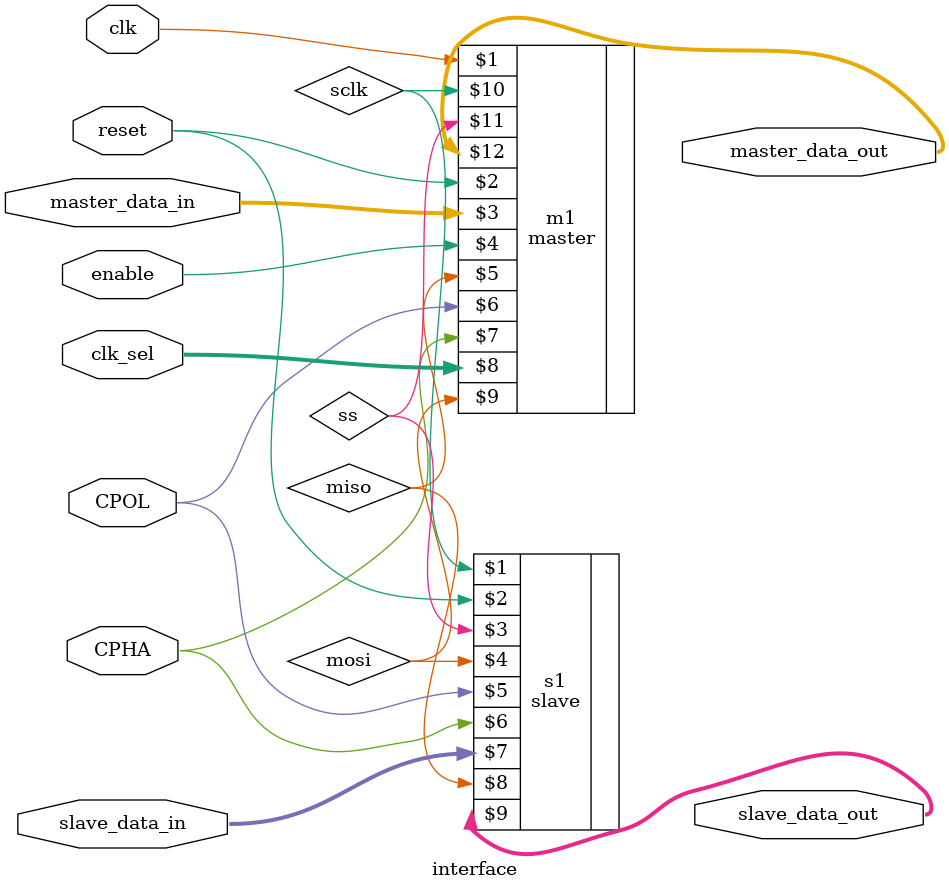
<source format=v>
`include "master_module.v"
`include "slave_module.v"

module interface(input clk,reset,enable,CPOL,CPHA,
                 input [1:0] clk_sel,
                 input [7:0] master_data_in,slave_data_in,
                 output [7:0] master_data_out,slave_data_out);         
    wire [7:0] SPDR_m,SPDR_s;
    wire sclk,ss,mosi,miso;                  
    master m1(clk,reset,master_data_in,enable,miso,CPOL,CPHA,clk_sel,mosi,sclk,ss,master_data_out);
    slave s1 (sclk,reset,ss,mosi,CPOL,CPHA,slave_data_in,miso,slave_data_out);
endmodule                 

</source>
